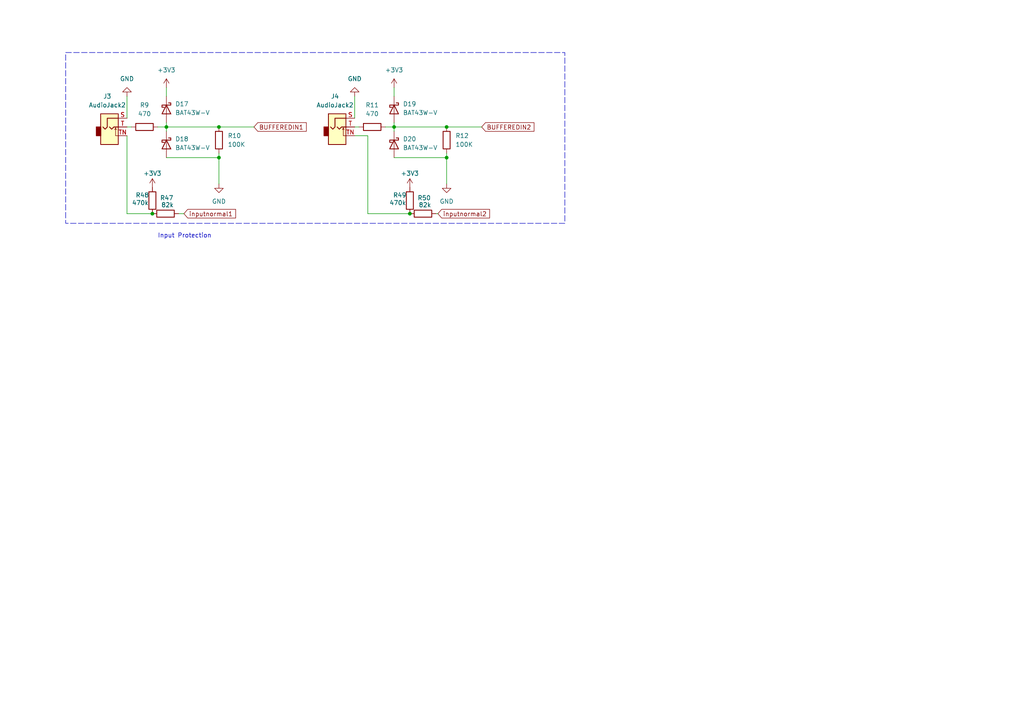
<source format=kicad_sch>
(kicad_sch (version 20230121) (generator eeschema)
  (paper "A4")
  (lib_symbols
    (symbol "+3V3_1" (power) (pin_names (offset 0))
      (property "Value" "+3V3_1" (at 0 3.556 0))
      (symbol "+3V3_1_0_1"
        (polyline (pts (xy -0.762 1.27) (xy 0 2.54)))
        (polyline (pts (xy 0 0) (xy 0 2.54)))
        (polyline (pts (xy 0 2.54) (xy 0.762 1.27)))
      )
      (symbol "+3V3_1_1_1"
        (pin power_in line (at 0 0 90) (length 0) hide (name "+3V3") (number "1"))
      )
    )
    (symbol "Connector_Audio:AudioJack2_SwitchT"
      (property "Reference" "J" (at 0 8.89 0))
      (property "Value" "AudioJack2_SwitchT" (at 0 6.35 0))
      (symbol "AudioJack2_SwitchT_0_1"
        (rectangle (start -2.54 0) (end -3.81 -2.54) (stroke (width 0.254)) (fill (type outline)))
        (polyline (pts (xy 1.778 -0.254) (xy 2.032 -0.762)))
        (polyline (pts (xy 0 0) (xy 0.635 -0.635) (xy 1.27 0) (xy 2.54 0)) (stroke (width 0.254)))
        (polyline (pts (xy 2.54 -2.54) (xy 1.778 -2.54) (xy 1.778 -0.254) (xy 1.524 -0.762)))
        (polyline (pts (xy 2.54 2.54) (xy -0.635 2.54) (xy -0.635 0) (xy -1.27 -0.635) (xy -1.905 0)) (stroke (width 0.254)))
        (rectangle (start 2.54 3.81) (end -2.54 -5.08) (stroke (width 0.254)) (fill (type background)))
      )
      (symbol "AudioJack2_SwitchT_1_1"
        (pin passive line (at 5.08 2.54 180) (length 2.54) (name "~") (number "S"))
        (pin passive line (at 5.08 0 180) (length 2.54) (name "~") (number "T"))
        (pin passive line (at 5.08 -2.54 180) (length 2.54) (name "~") (number "TN"))
      )
    )
    (symbol "Device:R" (pin_numbers hide) (pin_names (offset 0))
      (property "Reference" "R" (at 2.032 0 90))
      (property "Value" "R" (at 0 0 90))
      (symbol "R_0_1"
        (rectangle (start -1.016 -2.54) (end 1.016 2.54) (stroke (width 0.254)))
      )
      (symbol "R_1_1"
        (pin passive line (at 0 3.81 270) (length 1.27) (name "~") (number "1"))
        (pin passive line (at 0 -3.81 90) (length 1.27) (name "~") (number "2"))
      )
    )
    (symbol "Diode:BAT43W-V" (pin_numbers hide) (pin_names (offset 1.016) hide)
      (property "Reference" "D" (at 0 2.54 0))
      (property "Value" "BAT43W-V" (at 0 -2.54 0))
      (symbol "BAT43W-V_0_1"
        (polyline (pts (xy 1.27 0) (xy -1.27 0)))
        (polyline (pts (xy 1.27 1.27) (xy 1.27 -1.27) (xy -1.27 0) (xy 1.27 1.27)) (stroke (width 0.254)))
        (polyline (pts (xy -1.905 0.635) (xy -1.905 1.27) (xy -1.27 1.27) (xy -1.27 -1.27) (xy -0.635 -1.27) (xy -0.635 -0.635)) (stroke (width 0.254)))
      )
      (symbol "BAT43W-V_1_1"
        (pin passive line (at -3.81 0 0) (length 2.54) (name "K") (number "1"))
        (pin passive line (at 3.81 0 180) (length 2.54) (name "A") (number "2"))
      )
    )
    (symbol "power:+3V3" (power) (pin_names (offset 0))
      (property "Value" "+3V3" (at 0 3.556 0))
      (symbol "+3V3_0_1"
        (polyline (pts (xy -0.762 1.27) (xy 0 2.54)))
        (polyline (pts (xy 0 0) (xy 0 2.54)))
        (polyline (pts (xy 0 2.54) (xy 0.762 1.27)))
      )
      (symbol "+3V3_1_1"
        (pin power_in line (at 0 0 90) (length 0) hide (name "+3V3") (number "1"))
      )
    )
    (symbol "power:GND" (power) (pin_names (offset 0))
      (property "Value" "GND" (at 0 -3.81 0))
      (symbol "GND_0_1"
        (polyline (pts (xy 0 0) (xy 0 -1.27) (xy 1.27 -1.27) (xy 0 -2.54) (xy -1.27 -1.27) (xy 0 -1.27)))
      )
      (symbol "GND_1_1"
        (pin power_in line (at 0 0 270) (length 0) hide (name "GND") (number "1"))
      )
    )
  )
  (junction (at 129.54 36.83))
  (junction (at 114.3 36.83))
  (junction (at 44.196 61.976))
  (junction (at 63.5 36.83))
  (junction (at 63.5 45.72))
  (junction (at 118.872 61.976))
  (junction (at 129.54 45.72))
  (junction (at 48.26 36.83))
  (wire (pts (xy 36.83 61.976) (xy 44.196 61.976)))
  (wire (pts (xy 63.5 44.45) (xy 63.5 45.72)))
  (wire (pts (xy 111.76 36.83) (xy 114.3 36.83)))
  (wire (pts (xy 48.26 45.72) (xy 63.5 45.72)))
  (wire (pts (xy 48.26 36.83) (xy 48.26 38.1)))
  (wire (pts (xy 45.72 36.83) (xy 48.26 36.83)))
  (wire (pts (xy 114.3 25.4) (xy 114.3 27.94)))
  (wire (pts (xy 102.87 34.29) (xy 102.87 27.94)))
  (wire (pts (xy 129.54 36.83) (xy 139.7 36.83)))
  (wire (pts (xy 106.68 61.976) (xy 118.872 61.976)))
  (wire (pts (xy 102.87 36.83) (xy 104.14 36.83)))
  (wire (pts (xy 106.68 39.37) (xy 102.87 39.37)))
  (wire (pts (xy 53.34 61.976) (xy 51.816 61.976)))
  (wire (pts (xy 127 61.976) (xy 126.492 61.976)))
  (wire (pts (xy 36.83 36.83) (xy 38.1 36.83)))
  (wire (pts (xy 48.26 25.4) (xy 48.26 27.94)))
  (wire (pts (xy 129.54 44.45) (xy 129.54 45.72)))
  (wire (pts (xy 63.5 36.83) (xy 73.66 36.83)))
  (wire (pts (xy 48.26 35.56) (xy 48.26 36.83)))
  (wire (pts (xy 36.83 34.29) (xy 36.83 27.94)))
  (wire (pts (xy 48.26 36.83) (xy 63.5 36.83)))
  (wire (pts (xy 129.54 45.72) (xy 129.54 53.34)))
  (wire (pts (xy 114.3 36.83) (xy 129.54 36.83)))
  (wire (pts (xy 114.3 45.72) (xy 129.54 45.72)))
  (wire (pts (xy 106.68 61.976) (xy 106.68 39.37)))
  (wire (pts (xy 114.3 36.83) (xy 114.3 38.1)))
  (wire (pts (xy 36.83 39.37) (xy 36.83 61.976)))
  (wire (pts (xy 63.5 45.72) (xy 63.5 53.34)))
  (wire (pts (xy 114.3 35.56) (xy 114.3 36.83)))
  (rectangle (start 19.05 15.24) (end 163.83 64.77) (stroke (width 0) (type dash)))
  (text "Input Protection\n" (at 45.72 69.215 0) (effects (font (size 1.27 1.27)) (justify left bottom)))
  (global_label "BUFFEREDIN2" (shape input) (at 139.7 36.83 0) (property "Intersheetrefs" "${INTERSHEET_REFS}" (effects hide)))
  (global_label "BUFFEREDIN1" (shape input) (at 73.66 36.83 0) (property "Intersheetrefs" "${INTERSHEET_REFS}" (effects hide)))
  (global_label "inputnormal1" (shape input) (at 53.34 61.976 0) (property "Intersheetrefs" "${INTERSHEET_REFS}" (effects hide)))
  (global_label "inputnormal2" (shape input) (at 127 61.976 0) (property "Intersheetrefs" "${INTERSHEET_REFS}" (effects hide)))
  (symbol (lib_id "Diode:BAT43W-V") (at 48.26 31.75 270) (unit 1)
    (property "Reference" "D17" (at 50.8 30.1624 90) (effects (justify left)))
    (property "Value" "BAT43W-V" (at 50.8 32.7024 90) (effects (justify left)))
    (property "Footprint" "Diode_SMD:D_SOD-323" (effects hide))
    (property "Datasheet" "http://www.vishay.com/docs/85660/bat42.pdf" (effects hide))
    (property "JLC part Number" "C19167" (effects hide))
    (property "LCSC" "C134399" (effects hide))
  )
  (symbol (lib_id "power:+3V3") (at 114.3 25.4 0) (unit 1)
    (property "Reference" "#PWR0111" (effects hide))
    (property "Value" "+3V3" (at 114.3 20.32 0))
  )
  (symbol (lib_id "Connector_Audio:AudioJack2_SwitchT") (at 97.79 36.83 0) (unit 1)
    (property "Reference" "J4" (at 97.155 27.94 0))
    (property "Value" "AudioJack2" (at 97.155 30.48 0))
    (property "Footprint" "Connector_Audio:_Jack_3.5mm_QingPu_JACK_ANCHOR" (effects hide))
  )
  (symbol (lib_id "power:GND") (at 129.54 53.34 0) (unit 1)
    (property "Reference" "#PWR0122" (effects hide))
    (property "Value" "GND" (at 129.54 58.42 0))
  )
  (symbol (lib_id "Device:R") (at 44.196 58.166 0) (unit 1)
    (property "Reference" "R48" (at 39.3192 56.5912 0) (effects (justify left)))
    (property "Value" "470k" (at 38.2524 58.8264 0) (effects (justify left)))
    (property "Footprint" "Capacitor_SMD:C_0402_1005Metric" (effects hide))
    (property "LCSC" "C25790" (effects hide))
  )
  (symbol (lib_name "+3V3_1") (lib_id "power:+3V3") (at 118.872 54.356 0) (unit 1)
    (property "Reference" "#PWR020" (effects hide))
    (property "Value" "+3V3" (at 118.872 50.292 0))
  )
  (symbol (lib_id "Diode:BAT43W-V") (at 48.26 41.91 270) (unit 1)
    (property "Reference" "D18" (at 50.8 40.3224 90) (effects (justify left)))
    (property "Value" "BAT43W-V" (at 50.8 42.8624 90) (effects (justify left)))
    (property "Footprint" "Diode_SMD:D_SOD-323" (effects hide))
    (property "Datasheet" "http://www.vishay.com/docs/85660/bat42.pdf" (effects hide))
    (property "JLC part Number" "C19167" (effects hide))
    (property "LCSC" "C134399" (effects hide))
  )
  (symbol (lib_id "power:GND") (at 102.87 27.94 180) (unit 1)
    (property "Reference" "#PWR0123" (effects hide))
    (property "Value" "GND" (at 102.87 22.86 0))
  )
  (symbol (lib_id "Device:R") (at 129.54 40.64 180) (unit 1)
    (property "Reference" "R12" (at 132.08 39.3699 0) (effects (justify right)))
    (property "Value" "100K" (at 132.08 41.9099 0) (effects (justify right)))
    (property "Footprint" "Capacitor_SMD:C_0402_1005Metric" (effects hide))
    (property "JLC part Number" "C25741" (effects hide))
    (property "LCSC" "C25741" (effects hide))
  )
  (symbol (lib_id "Diode:BAT43W-V") (at 114.3 41.91 270) (unit 1)
    (property "Reference" "D20" (at 116.84 40.3224 90) (effects (justify left)))
    (property "Value" "BAT43W-V" (at 116.84 42.8624 90) (effects (justify left)))
    (property "Footprint" "Diode_SMD:D_SOD-323" (effects hide))
    (property "Datasheet" "http://www.vishay.com/docs/85660/bat42.pdf" (effects hide))
    (property "JLC part Number" "C19167" (effects hide))
    (property "LCSC" "C134399" (effects hide))
  )
  (symbol (lib_id "power:+3V3") (at 48.26 25.4 0) (unit 1)
    (property "Reference" "#PWR0107" (effects hide))
    (property "Value" "+3V3" (at 48.26 20.32 0))
  )
  (symbol (lib_id "Device:R") (at 122.682 61.976 90) (unit 1)
    (property "Reference" "R50" (at 123.0376 57.404 90))
    (property "Value" "82k" (at 123.2408 59.436 90))
    (property "Footprint" "Capacitor_SMD:C_0402_1005Metric" (effects hide))
    (property "LCSC" "C4142" (effects hide))
  )
  (symbol (lib_id "power:GND") (at 36.83 27.94 180) (unit 1)
    (property "Reference" "#PWR0124" (effects hide))
    (property "Value" "GND" (at 36.83 22.86 0))
  )
  (symbol (lib_id "Device:R") (at 118.872 58.166 0) (unit 1)
    (property "Reference" "R49" (at 113.9952 56.5912 0) (effects (justify left)))
    (property "Value" "470k" (at 112.9284 58.8264 0) (effects (justify left)))
    (property "Footprint" "Capacitor_SMD:C_0402_1005Metric" (effects hide))
    (property "LCSC" "C25790" (effects hide))
  )
  (symbol (lib_id "Device:R") (at 41.91 36.83 90) (unit 1)
    (property "Reference" "R9" (at 41.91 30.48 90))
    (property "Value" "470" (at 41.91 33.02 90))
    (property "Footprint" "Capacitor_SMD:C_0402_1005Metric" (effects hide))
    (property "JLC part Number" "C25117" (effects hide))
    (property "LCSC" "C25117" (effects hide))
  )
  (symbol (lib_id "Connector_Audio:AudioJack2_SwitchT") (at 31.75 36.83 0) (unit 1)
    (property "Reference" "J3" (at 31.115 27.94 0))
    (property "Value" "AudioJack2" (at 31.115 30.48 0))
    (property "Footprint" "Connector_Audio:_Jack_3.5mm_QingPu_JACK_ANCHOR" (effects hide))
  )
  (symbol (lib_id "Device:R") (at 107.95 36.83 90) (unit 1)
    (property "Reference" "R11" (at 107.95 30.48 90))
    (property "Value" "470" (at 107.95 33.02 90))
    (property "Footprint" "Capacitor_SMD:C_0402_1005Metric" (effects hide))
    (property "JLC part Number" "C25117" (effects hide))
    (property "LCSC" "C25117" (effects hide))
  )
  (symbol (lib_id "power:GND") (at 63.5 53.34 0) (unit 1)
    (property "Reference" "#PWR0121" (effects hide))
    (property "Value" "GND" (at 63.5 58.42 0))
  )
  (symbol (lib_id "Device:R") (at 63.5 40.64 180) (unit 1)
    (property "Reference" "R10" (at 66.04 39.3699 0) (effects (justify right)))
    (property "Value" "100K" (at 66.04 41.9099 0) (effects (justify right)))
    (property "Footprint" "Capacitor_SMD:C_0402_1005Metric" (effects hide))
    (property "JLC part Number" "C25741" (effects hide))
    (property "LCSC" "C25741" (effects hide))
  )
  (symbol (lib_id "Diode:BAT43W-V") (at 114.3 31.75 270) (unit 1)
    (property "Reference" "D19" (at 116.84 30.1624 90) (effects (justify left)))
    (property "Value" "BAT43W-V" (at 116.84 32.7024 90) (effects (justify left)))
    (property "Footprint" "Diode_SMD:D_SOD-323" (effects hide))
    (property "Datasheet" "http://www.vishay.com/docs/85660/bat42.pdf" (effects hide))
    (property "JLC part Number" "C19167" (effects hide))
    (property "LCSC" "C134399" (effects hide))
  )
  (symbol (lib_id "Device:R") (at 48.006 61.976 90) (unit 1)
    (property "Reference" "R47" (at 48.3616 57.404 90))
    (property "Value" "82k" (at 48.5648 59.436 90))
    (property "Footprint" "Capacitor_SMD:C_0402_1005Metric" (effects hide))
    (property "LCSC" "C4142" (effects hide))
  )
  (symbol (lib_name "+3V3_1") (lib_id "power:+3V3") (at 44.196 54.356 0) (unit 1)
    (property "Reference" "#PWR01" (effects hide))
    (property "Value" "+3V3" (at 44.196 50.292 0))
  )
)
</source>
